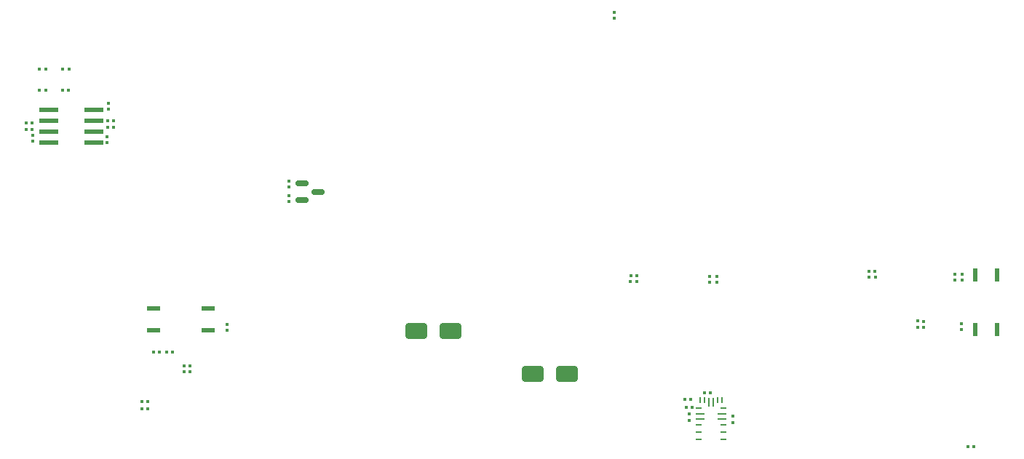
<source format=gtp>
%TF.GenerationSoftware,KiCad,Pcbnew,9.0.7-9.0.7~ubuntu24.04.1*%
%TF.CreationDate,2026-02-17T11:42:20-05:00*%
%TF.ProjectId,plantPartner_PCB1.0,706c616e-7450-4617-9274-6e65725f5043,rev?*%
%TF.SameCoordinates,Original*%
%TF.FileFunction,Paste,Top*%
%TF.FilePolarity,Positive*%
%FSLAX46Y46*%
G04 Gerber Fmt 4.6, Leading zero omitted, Abs format (unit mm)*
G04 Created by KiCad (PCBNEW 9.0.7-9.0.7~ubuntu24.04.1) date 2026-02-17 11:42:20*
%MOMM*%
%LPD*%
G01*
G04 APERTURE LIST*
G04 Aperture macros list*
%AMRoundRect*
0 Rectangle with rounded corners*
0 $1 Rounding radius*
0 $2 $3 $4 $5 $6 $7 $8 $9 X,Y pos of 4 corners*
0 Add a 4 corners polygon primitive as box body*
4,1,4,$2,$3,$4,$5,$6,$7,$8,$9,$2,$3,0*
0 Add four circle primitives for the rounded corners*
1,1,$1+$1,$2,$3*
1,1,$1+$1,$4,$5*
1,1,$1+$1,$6,$7*
1,1,$1+$1,$8,$9*
0 Add four rect primitives between the rounded corners*
20,1,$1+$1,$2,$3,$4,$5,0*
20,1,$1+$1,$4,$5,$6,$7,0*
20,1,$1+$1,$6,$7,$8,$9,0*
20,1,$1+$1,$8,$9,$2,$3,0*%
G04 Aperture macros list end*
%ADD10RoundRect,0.079500X0.100500X-0.079500X0.100500X0.079500X-0.100500X0.079500X-0.100500X-0.079500X0*%
%ADD11RoundRect,0.079500X-0.100500X0.079500X-0.100500X-0.079500X0.100500X-0.079500X0.100500X0.079500X0*%
%ADD12RoundRect,0.079500X-0.079500X-0.100500X0.079500X-0.100500X0.079500X0.100500X-0.079500X0.100500X0*%
%ADD13RoundRect,0.250000X-1.000000X-0.650000X1.000000X-0.650000X1.000000X0.650000X-1.000000X0.650000X0*%
%ADD14R,2.209800X0.609600*%
%ADD15RoundRect,0.079500X0.079500X0.100500X-0.079500X0.100500X-0.079500X-0.100500X0.079500X-0.100500X0*%
%ADD16R,0.600000X1.500000*%
%ADD17RoundRect,0.150000X-0.587500X-0.150000X0.587500X-0.150000X0.587500X0.150000X-0.587500X0.150000X0*%
%ADD18R,0.700000X0.250000*%
%ADD19R,1.100000X0.250000*%
%ADD20R,0.250000X0.700000*%
%ADD21R,0.250000X1.100000*%
%ADD22R,1.500000X0.600000*%
G04 APERTURE END LIST*
D10*
%TO.C,C1*%
X169090000Y-107585000D03*
X169090000Y-106895000D03*
%TD*%
%TO.C,R19*%
X195800000Y-91045000D03*
X195800000Y-90355000D03*
%TD*%
D11*
%TO.C,D11*%
X166400000Y-90575000D03*
X166400000Y-91265000D03*
%TD*%
D12*
%TO.C,D3*%
X100380000Y-106000000D03*
X101070000Y-106000000D03*
%TD*%
D11*
%TO.C,R13*%
X110250000Y-96210000D03*
X110250000Y-96900000D03*
%TD*%
D12*
%TO.C,R22*%
X157240000Y-90500000D03*
X157930000Y-90500000D03*
%TD*%
D11*
%TO.C,R27*%
X117487500Y-81205000D03*
X117487500Y-81895000D03*
%TD*%
%TO.C,D5*%
X190610000Y-95805000D03*
X190610000Y-96495000D03*
%TD*%
D10*
%TO.C,R5*%
X97088800Y-73205000D03*
X97088800Y-72515000D03*
%TD*%
%TO.C,R6*%
X96388800Y-73210000D03*
X96388800Y-72520000D03*
%TD*%
D11*
%TO.C,R25*%
X117500000Y-79505000D03*
X117500000Y-80195000D03*
%TD*%
D13*
%TO.C,D8*%
X132290000Y-96972500D03*
X136290000Y-96972500D03*
%TD*%
D10*
%TO.C,R11*%
X87638800Y-73460000D03*
X87638800Y-72770000D03*
%TD*%
D13*
%TO.C,D9*%
X145855000Y-101922500D03*
X149855000Y-101922500D03*
%TD*%
D14*
%TO.C,U2*%
X94755000Y-75020000D03*
X94755000Y-73750000D03*
X94755000Y-72480000D03*
X94755000Y-71210000D03*
X89522600Y-71210000D03*
X89522600Y-72480000D03*
X89522600Y-73750000D03*
X89522600Y-75020000D03*
%TD*%
D12*
%TO.C,D1*%
X91165000Y-68950000D03*
X91855000Y-68950000D03*
%TD*%
D15*
%TO.C,R24*%
X197145000Y-110400000D03*
X196455000Y-110400000D03*
%TD*%
D12*
%TO.C,R15*%
X101705000Y-99400000D03*
X102395000Y-99400000D03*
%TD*%
D11*
%TO.C,R7*%
X96488800Y-70425000D03*
X96488800Y-71115000D03*
%TD*%
D10*
%TO.C,R23*%
X155370000Y-60550000D03*
X155370000Y-59860000D03*
%TD*%
D15*
%TO.C,D2*%
X106005000Y-101700000D03*
X105315000Y-101700000D03*
%TD*%
%TO.C,D6*%
X185685000Y-90694999D03*
X184995000Y-90694999D03*
%TD*%
D11*
%TO.C,R9*%
X87688800Y-74170000D03*
X87688800Y-74860000D03*
%TD*%
D16*
%TO.C,U4*%
X197310000Y-96759999D03*
X199850000Y-96759999D03*
X199850000Y-90409999D03*
X197310000Y-90409999D03*
%TD*%
D10*
%TO.C,R10*%
X86888800Y-73460000D03*
X86888800Y-72770000D03*
%TD*%
D15*
%TO.C,R3*%
X164235000Y-104900000D03*
X163545000Y-104900000D03*
%TD*%
D11*
%TO.C,R18*%
X195750000Y-96110000D03*
X195750000Y-96800000D03*
%TD*%
D17*
%TO.C,Q4*%
X119012500Y-79800000D03*
X119012500Y-81700000D03*
X120887500Y-80750000D03*
%TD*%
D15*
%TO.C,C4*%
X89165000Y-66450000D03*
X88475000Y-66450000D03*
%TD*%
D11*
%TO.C,R4*%
X96288800Y-74370000D03*
X96288800Y-75060000D03*
%TD*%
D18*
%TO.C,IC1*%
X165150000Y-105920000D03*
D19*
X165350000Y-106570000D03*
X165350000Y-107220000D03*
D18*
X165150000Y-107870000D03*
X165150000Y-108720000D03*
X165150000Y-109570000D03*
X168050000Y-109570000D03*
X168050000Y-108720000D03*
X168050000Y-107870000D03*
D19*
X167850000Y-107220000D03*
X167850000Y-106570000D03*
D18*
X168050000Y-105920000D03*
D20*
X167850000Y-105020000D03*
X167350000Y-105020000D03*
D21*
X166850000Y-105220000D03*
X166350000Y-105220000D03*
D20*
X165850000Y-105020000D03*
X165350000Y-105020000D03*
%TD*%
D15*
%TO.C,R1*%
X166545000Y-104170000D03*
X165855000Y-104170000D03*
%TD*%
D12*
%TO.C,R16*%
X100355000Y-105130000D03*
X101045000Y-105130000D03*
%TD*%
D11*
%TO.C,R17*%
X191350000Y-95810000D03*
X191350000Y-96500000D03*
%TD*%
D15*
%TO.C,D10*%
X157925000Y-91200000D03*
X157235000Y-91200000D03*
%TD*%
D11*
%TO.C,R20*%
X194960000Y-90355000D03*
X194960000Y-91045000D03*
%TD*%
%TO.C,R26*%
X167300000Y-90575000D03*
X167300000Y-91265000D03*
%TD*%
D15*
%TO.C,R21*%
X185680000Y-89984999D03*
X184990000Y-89984999D03*
%TD*%
D12*
%TO.C,R8*%
X91185000Y-66450000D03*
X91875000Y-66450000D03*
%TD*%
D15*
%TO.C,C3*%
X89165000Y-68950000D03*
X88475000Y-68950000D03*
%TD*%
D12*
%TO.C,R2*%
X163700000Y-105820000D03*
X164390000Y-105820000D03*
%TD*%
D15*
%TO.C,R14*%
X103950000Y-99400000D03*
X103260000Y-99400000D03*
%TD*%
D22*
%TO.C,U1*%
X108108000Y-96870000D03*
X108108000Y-94330000D03*
X101758000Y-94330000D03*
X101758000Y-96870000D03*
%TD*%
D15*
%TO.C,R12*%
X106000000Y-101000000D03*
X105310000Y-101000000D03*
%TD*%
D11*
%TO.C,C2*%
X164090000Y-106645000D03*
X164090000Y-107335000D03*
%TD*%
M02*

</source>
